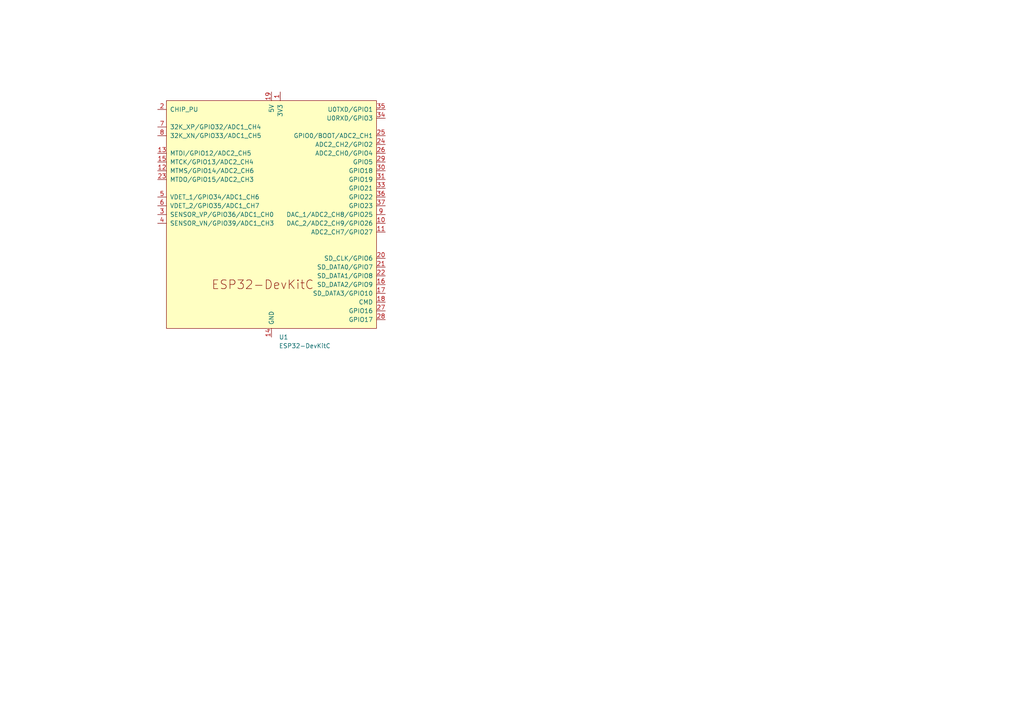
<source format=kicad_sch>
(kicad_sch (version 20250114) (generator "eeschema") (generator_version "9.0")
  (paper "A4")
  (lib_symbols
    (symbol "Espressif:ESP32-DevKitC" (pin_names (offset 1.016))
      (property "Reference" "U" (at -30.48 38.1 0))
      (property "Value" "ESP32-DevKitC" (at -30.48 35.56 0))
      (symbol "ESP32-DevKitC_0_0"
        (text "ESP32-DevKitC" (at -2.54 -20.32 0) (effects (font (size 2.54 2.54))))
        (pin power_in line (at 0 35.56 270) (length 2.54) (name "5V") (number "19"))
        (pin power_in line (at 0 -35.56 90) (length 2.54) (name "GND") (number "14"))
      )
      (symbol "ESP32-DevKitC_0_1"
        (rectangle (start -30.48 33.02) (end 30.48 -33.02) (fill (type background)))
      )
      (symbol "ESP32-DevKitC_1_1"
        (pin input line (at -33.02 30.48 0) (length 2.54) (name "CHIP_PU") (number "2"))
        (pin bidirectional line (at -33.02 25.4 0) (length 2.54) (name "32K_XP/GPIO32/ADC1_CH4") (number "7"))
        (pin bidirectional line (at -33.02 22.86 0) (length 2.54) (name "32K_XN/GPIO33/ADC1_CH5") (number "8"))
        (pin bidirectional line (at -33.02 17.78 0) (length 2.54) (name "MTDI/GPIO12/ADC2_CH5") (number "13"))
        (pin bidirectional line (at -33.02 15.24 0) (length 2.54) (name "MTCK/GPIO13/ADC2_CH4") (number "15"))
        (pin bidirectional line (at -33.02 12.7 0) (length 2.54) (name "MTMS/GPIO14/ADC2_CH6") (number "12"))
        (pin bidirectional line (at -33.02 10.16 0) (length 2.54) (name "MTDO/GPIO15/ADC2_CH3") (number "23"))
        (pin input line (at -33.02 5.08 0) (length 2.54) (name "VDET_1/GPIO34/ADC1_CH6") (number "5"))
        (pin input line (at -33.02 2.54 0) (length 2.54) (name "VDET_2/GPIO35/ADC1_CH7") (number "6"))
        (pin input line (at -33.02 0 0) (length 2.54) (name "SENSOR_VP/GPIO36/ADC1_CH0") (number "3"))
        (pin input line (at -33.02 -2.54 0) (length 2.54) (name "SENSOR_VN/GPIO39/ADC1_CH3") (number "4"))
        (pin passive line (at 0 -35.56 90) (length 2.54) (hide yes) (name "GND") (number "32"))
        (pin passive line (at 0 -35.56 90) (length 2.54) (hide yes) (name "GND") (number "38"))
        (pin power_in line (at 2.54 35.56 270) (length 2.54) (name "3V3") (number "1"))
        (pin bidirectional line (at 33.02 30.48 180) (length 2.54) (name "U0TXD/GPIO1") (number "35"))
        (pin bidirectional line (at 33.02 27.94 180) (length 2.54) (name "U0RXD/GPIO3") (number "34"))
        (pin bidirectional line (at 33.02 22.86 180) (length 2.54) (name "GPIO0/BOOT/ADC2_CH1") (number "25"))
        (pin bidirectional line (at 33.02 20.32 180) (length 2.54) (name "ADC2_CH2/GPIO2") (number "24"))
        (pin bidirectional line (at 33.02 17.78 180) (length 2.54) (name "ADC2_CH0/GPIO4") (number "26"))
        (pin bidirectional line (at 33.02 15.24 180) (length 2.54) (name "GPIO5") (number "29"))
        (pin bidirectional line (at 33.02 12.7 180) (length 2.54) (name "GPIO18") (number "30"))
        (pin bidirectional line (at 33.02 10.16 180) (length 2.54) (name "GPIO19") (number "31"))
        (pin bidirectional line (at 33.02 7.62 180) (length 2.54) (name "GPIO21") (number "33"))
        (pin bidirectional line (at 33.02 5.08 180) (length 2.54) (name "GPIO22") (number "36"))
        (pin bidirectional line (at 33.02 2.54 180) (length 2.54) (name "GPIO23") (number "37"))
        (pin bidirectional line (at 33.02 0 180) (length 2.54) (name "DAC_1/ADC2_CH8/GPIO25") (number "9"))
        (pin bidirectional line (at 33.02 -2.54 180) (length 2.54) (name "DAC_2/ADC2_CH9/GPIO26") (number "10"))
        (pin bidirectional line (at 33.02 -5.08 180) (length 2.54) (name "ADC2_CH7/GPIO27") (number "11"))
        (pin bidirectional line (at 33.02 -12.7 180) (length 2.54) (name "SD_CLK/GPIO6") (number "20"))
        (pin bidirectional line (at 33.02 -15.24 180) (length 2.54) (name "SD_DATA0/GPIO7") (number "21"))
        (pin bidirectional line (at 33.02 -17.78 180) (length 2.54) (name "SD_DATA1/GPIO8") (number "22"))
        (pin bidirectional line (at 33.02 -20.32 180) (length 2.54) (name "SD_DATA2/GPIO9") (number "16"))
        (pin bidirectional line (at 33.02 -22.86 180) (length 2.54) (name "SD_DATA3/GPIO10") (number "17"))
        (pin bidirectional line (at 33.02 -25.4 180) (length 2.54) (name "CMD") (number "18"))
        (pin bidirectional line (at 33.02 -27.94 180) (length 2.54) (name "GPIO16") (number "27"))
        (pin bidirectional line (at 33.02 -30.48 180) (length 2.54) (name "GPIO17") (number "28"))
      )
    )
  )
  (symbol (lib_id "Espressif:ESP32-DevKitC") (at 78.74 62.23 0) (unit 1)
    (property "Reference" "U1" (at 80.8833 97.79 0) (effects (justify left)))
    (property "Value" "ESP32-DevKitC" (at 80.8833 100.33 0) (effects (justify left)))
    (property "Footprint" "PCM_Espressif:ESP32-DevKitC" (effects (hide yes)))
    (property "Datasheet" "https://docs.espressif.com/projects/esp-idf/zh_CN/latest/esp32/hw-reference/esp32/get-started-devkitc.html" (effects (hide yes)))
    (property "Description" "Development Kit" (effects (hide yes)))
  )
)
</source>
